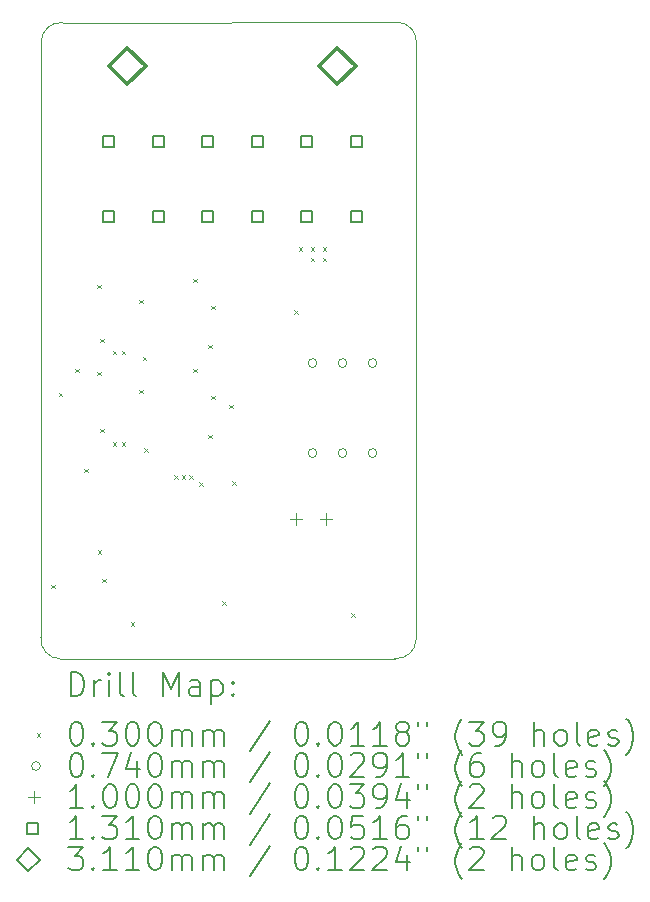
<source format=gbr>
%TF.GenerationSoftware,KiCad,Pcbnew,(6.0.8)*%
%TF.CreationDate,2023-03-20T22:14:46+01:00*%
%TF.ProjectId,BSPD-07,42535044-2d30-4372-9e6b-696361645f70,rev?*%
%TF.SameCoordinates,Original*%
%TF.FileFunction,Drillmap*%
%TF.FilePolarity,Positive*%
%FSLAX45Y45*%
G04 Gerber Fmt 4.5, Leading zero omitted, Abs format (unit mm)*
G04 Created by KiCad (PCBNEW (6.0.8)) date 2023-03-20 22:14:46*
%MOMM*%
%LPD*%
G01*
G04 APERTURE LIST*
%ADD10C,0.100000*%
%ADD11C,0.200000*%
%ADD12C,0.030000*%
%ADD13C,0.074000*%
%ADD14C,0.131000*%
%ADD15C,0.311000*%
G04 APERTURE END LIST*
D10*
X17957194Y-8422355D02*
G75*
G03*
X17794644Y-8242125I-164754J14825D01*
G01*
X14960895Y-8244827D02*
X17794644Y-8242125D01*
X17775051Y-13629288D02*
G75*
G03*
X17955280Y-13466740I14829J164749D01*
G01*
X14960895Y-8244826D02*
G75*
G03*
X14780665Y-8407376I-14825J-164754D01*
G01*
X17957193Y-8422355D02*
X17955280Y-13466740D01*
X14778367Y-13451125D02*
X14780665Y-8407376D01*
X14940916Y-13631355D02*
X17775051Y-13629288D01*
X14778366Y-13451125D02*
G75*
G03*
X14940916Y-13631355I164754J-14825D01*
G01*
D11*
D12*
X14866580Y-13005040D02*
X14896580Y-13035040D01*
X14896580Y-13005040D02*
X14866580Y-13035040D01*
X14930080Y-11379440D02*
X14960080Y-11409440D01*
X14960080Y-11379440D02*
X14930080Y-11409440D01*
X15069780Y-11176240D02*
X15099780Y-11206240D01*
X15099780Y-11176240D02*
X15069780Y-11206240D01*
X15143440Y-12022060D02*
X15173440Y-12052060D01*
X15173440Y-12022060D02*
X15143440Y-12052060D01*
X15255880Y-10465040D02*
X15285880Y-10495040D01*
X15285880Y-10465040D02*
X15255880Y-10495040D01*
X15255880Y-11201640D02*
X15285880Y-11231640D01*
X15285880Y-11201640D02*
X15255880Y-11231640D01*
X15260280Y-12712940D02*
X15290280Y-12742940D01*
X15290280Y-12712940D02*
X15260280Y-12742940D01*
X15281280Y-10922240D02*
X15311280Y-10952240D01*
X15311280Y-10922240D02*
X15281280Y-10952240D01*
X15281280Y-11684240D02*
X15311280Y-11714240D01*
X15311280Y-11684240D02*
X15281280Y-11714240D01*
X15298380Y-12954240D02*
X15328380Y-12984240D01*
X15328380Y-12954240D02*
X15298380Y-12984240D01*
X15387280Y-11023840D02*
X15417280Y-11053840D01*
X15417280Y-11023840D02*
X15387280Y-11053840D01*
X15387280Y-11798540D02*
X15417280Y-11828540D01*
X15417280Y-11798540D02*
X15387280Y-11828540D01*
X15463480Y-11023840D02*
X15493480Y-11053840D01*
X15493480Y-11023840D02*
X15463480Y-11053840D01*
X15463480Y-11798540D02*
X15493480Y-11828540D01*
X15493480Y-11798540D02*
X15463480Y-11828540D01*
X15539680Y-13322540D02*
X15569680Y-13352540D01*
X15569680Y-13322540D02*
X15539680Y-13352540D01*
X15611480Y-10592040D02*
X15641480Y-10622040D01*
X15641480Y-10592040D02*
X15611480Y-10622040D01*
X15611480Y-11354040D02*
X15641480Y-11384040D01*
X15641480Y-11354040D02*
X15611480Y-11384040D01*
X15641280Y-11074640D02*
X15671280Y-11104640D01*
X15671280Y-11074640D02*
X15641280Y-11104640D01*
X15653980Y-11849340D02*
X15683980Y-11879340D01*
X15683980Y-11849340D02*
X15653980Y-11879340D01*
X15907980Y-12077940D02*
X15937980Y-12107940D01*
X15937980Y-12077940D02*
X15907980Y-12107940D01*
X15971480Y-12077940D02*
X16001480Y-12107940D01*
X16001480Y-12077940D02*
X15971480Y-12107940D01*
X16034980Y-12077940D02*
X16064980Y-12107940D01*
X16064980Y-12077940D02*
X16034980Y-12107940D01*
X16068680Y-10414240D02*
X16098680Y-10444240D01*
X16098680Y-10414240D02*
X16068680Y-10444240D01*
X16068680Y-11176240D02*
X16098680Y-11206240D01*
X16098680Y-11176240D02*
X16068680Y-11206240D01*
X16119480Y-12135340D02*
X16149480Y-12165340D01*
X16149480Y-12135340D02*
X16119480Y-12165340D01*
X16195680Y-10973040D02*
X16225680Y-11003040D01*
X16225680Y-10973040D02*
X16195680Y-11003040D01*
X16195680Y-11735040D02*
X16225680Y-11765040D01*
X16225680Y-11735040D02*
X16195680Y-11765040D01*
X16221080Y-10642840D02*
X16251080Y-10672840D01*
X16251080Y-10642840D02*
X16221080Y-10672840D01*
X16221080Y-11404840D02*
X16251080Y-11434840D01*
X16251080Y-11404840D02*
X16221080Y-11434840D01*
X16314380Y-13144740D02*
X16344380Y-13174740D01*
X16344380Y-13144740D02*
X16314380Y-13174740D01*
X16373480Y-11481040D02*
X16403480Y-11511040D01*
X16403480Y-11481040D02*
X16373480Y-11511040D01*
X16398880Y-12128740D02*
X16428880Y-12158740D01*
X16428880Y-12128740D02*
X16398880Y-12158740D01*
X16923980Y-10680940D02*
X16953980Y-10710940D01*
X16953980Y-10680940D02*
X16923980Y-10710940D01*
X16962080Y-10147540D02*
X16992080Y-10177540D01*
X16992080Y-10147540D02*
X16962080Y-10177540D01*
X17063680Y-10147540D02*
X17093680Y-10177540D01*
X17093680Y-10147540D02*
X17063680Y-10177540D01*
X17063680Y-10236440D02*
X17093680Y-10266440D01*
X17093680Y-10236440D02*
X17063680Y-10266440D01*
X17165280Y-10147540D02*
X17195280Y-10177540D01*
X17195280Y-10147540D02*
X17165280Y-10177540D01*
X17165280Y-10236440D02*
X17195280Y-10266440D01*
X17195280Y-10236440D02*
X17165280Y-10266440D01*
X17406580Y-13246340D02*
X17436580Y-13276340D01*
X17436580Y-13246340D02*
X17406580Y-13276340D01*
D13*
X17115680Y-11127740D02*
G75*
G03*
X17115680Y-11127740I-37000J0D01*
G01*
X17115680Y-11889740D02*
G75*
G03*
X17115680Y-11889740I-37000J0D01*
G01*
X17369680Y-11127740D02*
G75*
G03*
X17369680Y-11127740I-37000J0D01*
G01*
X17369680Y-11889740D02*
G75*
G03*
X17369680Y-11889740I-37000J0D01*
G01*
X17623680Y-11127740D02*
G75*
G03*
X17623680Y-11127740I-37000J0D01*
G01*
X17623680Y-11889740D02*
G75*
G03*
X17623680Y-11889740I-37000J0D01*
G01*
D10*
X16936440Y-12398540D02*
X16936440Y-12498540D01*
X16886440Y-12448540D02*
X16986440Y-12448540D01*
X17190440Y-12398540D02*
X17190440Y-12498540D01*
X17140440Y-12448540D02*
X17240440Y-12448540D01*
D14*
X15398296Y-9294456D02*
X15398296Y-9201824D01*
X15305664Y-9201824D01*
X15305664Y-9294456D01*
X15398296Y-9294456D01*
X15398296Y-9929456D02*
X15398296Y-9836824D01*
X15305664Y-9836824D01*
X15305664Y-9929456D01*
X15398296Y-9929456D01*
X15817296Y-9294456D02*
X15817296Y-9201824D01*
X15724664Y-9201824D01*
X15724664Y-9294456D01*
X15817296Y-9294456D01*
X15817296Y-9929456D02*
X15817296Y-9836824D01*
X15724664Y-9836824D01*
X15724664Y-9929456D01*
X15817296Y-9929456D01*
X16236296Y-9294456D02*
X16236296Y-9201824D01*
X16143664Y-9201824D01*
X16143664Y-9294456D01*
X16236296Y-9294456D01*
X16236296Y-9929456D02*
X16236296Y-9836824D01*
X16143664Y-9836824D01*
X16143664Y-9929456D01*
X16236296Y-9929456D01*
X16655296Y-9294456D02*
X16655296Y-9201824D01*
X16562664Y-9201824D01*
X16562664Y-9294456D01*
X16655296Y-9294456D01*
X16655296Y-9929456D02*
X16655296Y-9836824D01*
X16562664Y-9836824D01*
X16562664Y-9929456D01*
X16655296Y-9929456D01*
X17074296Y-9294456D02*
X17074296Y-9201824D01*
X16981664Y-9201824D01*
X16981664Y-9294456D01*
X17074296Y-9294456D01*
X17074296Y-9929456D02*
X17074296Y-9836824D01*
X16981664Y-9836824D01*
X16981664Y-9929456D01*
X17074296Y-9929456D01*
X17493296Y-9294456D02*
X17493296Y-9201824D01*
X17400664Y-9201824D01*
X17400664Y-9294456D01*
X17493296Y-9294456D01*
X17493296Y-9929456D02*
X17493296Y-9836824D01*
X17400664Y-9836824D01*
X17400664Y-9929456D01*
X17493296Y-9929456D01*
D15*
X15509980Y-8768640D02*
X15665480Y-8613140D01*
X15509980Y-8457640D01*
X15354480Y-8613140D01*
X15509980Y-8768640D01*
X17287980Y-8768640D02*
X17443480Y-8613140D01*
X17287980Y-8457640D01*
X17132480Y-8613140D01*
X17287980Y-8768640D01*
D11*
X15030320Y-13946831D02*
X15030320Y-13746831D01*
X15077939Y-13746831D01*
X15106510Y-13756355D01*
X15125558Y-13775402D01*
X15135081Y-13794450D01*
X15144605Y-13832545D01*
X15144605Y-13861117D01*
X15135081Y-13899212D01*
X15125558Y-13918259D01*
X15106510Y-13937307D01*
X15077939Y-13946831D01*
X15030320Y-13946831D01*
X15230320Y-13946831D02*
X15230320Y-13813497D01*
X15230320Y-13851593D02*
X15239843Y-13832545D01*
X15249367Y-13823021D01*
X15268415Y-13813497D01*
X15287462Y-13813497D01*
X15354129Y-13946831D02*
X15354129Y-13813497D01*
X15354129Y-13746831D02*
X15344605Y-13756355D01*
X15354129Y-13765878D01*
X15363653Y-13756355D01*
X15354129Y-13746831D01*
X15354129Y-13765878D01*
X15477939Y-13946831D02*
X15458891Y-13937307D01*
X15449367Y-13918259D01*
X15449367Y-13746831D01*
X15582701Y-13946831D02*
X15563653Y-13937307D01*
X15554129Y-13918259D01*
X15554129Y-13746831D01*
X15811272Y-13946831D02*
X15811272Y-13746831D01*
X15877939Y-13889688D01*
X15944605Y-13746831D01*
X15944605Y-13946831D01*
X16125558Y-13946831D02*
X16125558Y-13842069D01*
X16116034Y-13823021D01*
X16096986Y-13813497D01*
X16058891Y-13813497D01*
X16039843Y-13823021D01*
X16125558Y-13937307D02*
X16106510Y-13946831D01*
X16058891Y-13946831D01*
X16039843Y-13937307D01*
X16030320Y-13918259D01*
X16030320Y-13899212D01*
X16039843Y-13880164D01*
X16058891Y-13870640D01*
X16106510Y-13870640D01*
X16125558Y-13861117D01*
X16220796Y-13813497D02*
X16220796Y-14013497D01*
X16220796Y-13823021D02*
X16239843Y-13813497D01*
X16277939Y-13813497D01*
X16296986Y-13823021D01*
X16306510Y-13832545D01*
X16316034Y-13851593D01*
X16316034Y-13908736D01*
X16306510Y-13927783D01*
X16296986Y-13937307D01*
X16277939Y-13946831D01*
X16239843Y-13946831D01*
X16220796Y-13937307D01*
X16401748Y-13927783D02*
X16411272Y-13937307D01*
X16401748Y-13946831D01*
X16392224Y-13937307D01*
X16401748Y-13927783D01*
X16401748Y-13946831D01*
X16401748Y-13823021D02*
X16411272Y-13832545D01*
X16401748Y-13842069D01*
X16392224Y-13832545D01*
X16401748Y-13823021D01*
X16401748Y-13842069D01*
D12*
X14742701Y-14261355D02*
X14772701Y-14291355D01*
X14772701Y-14261355D02*
X14742701Y-14291355D01*
D11*
X15068415Y-14166831D02*
X15087462Y-14166831D01*
X15106510Y-14176355D01*
X15116034Y-14185878D01*
X15125558Y-14204926D01*
X15135081Y-14243021D01*
X15135081Y-14290640D01*
X15125558Y-14328736D01*
X15116034Y-14347783D01*
X15106510Y-14357307D01*
X15087462Y-14366831D01*
X15068415Y-14366831D01*
X15049367Y-14357307D01*
X15039843Y-14347783D01*
X15030320Y-14328736D01*
X15020796Y-14290640D01*
X15020796Y-14243021D01*
X15030320Y-14204926D01*
X15039843Y-14185878D01*
X15049367Y-14176355D01*
X15068415Y-14166831D01*
X15220796Y-14347783D02*
X15230320Y-14357307D01*
X15220796Y-14366831D01*
X15211272Y-14357307D01*
X15220796Y-14347783D01*
X15220796Y-14366831D01*
X15296986Y-14166831D02*
X15420796Y-14166831D01*
X15354129Y-14243021D01*
X15382701Y-14243021D01*
X15401748Y-14252545D01*
X15411272Y-14262069D01*
X15420796Y-14281117D01*
X15420796Y-14328736D01*
X15411272Y-14347783D01*
X15401748Y-14357307D01*
X15382701Y-14366831D01*
X15325558Y-14366831D01*
X15306510Y-14357307D01*
X15296986Y-14347783D01*
X15544605Y-14166831D02*
X15563653Y-14166831D01*
X15582701Y-14176355D01*
X15592224Y-14185878D01*
X15601748Y-14204926D01*
X15611272Y-14243021D01*
X15611272Y-14290640D01*
X15601748Y-14328736D01*
X15592224Y-14347783D01*
X15582701Y-14357307D01*
X15563653Y-14366831D01*
X15544605Y-14366831D01*
X15525558Y-14357307D01*
X15516034Y-14347783D01*
X15506510Y-14328736D01*
X15496986Y-14290640D01*
X15496986Y-14243021D01*
X15506510Y-14204926D01*
X15516034Y-14185878D01*
X15525558Y-14176355D01*
X15544605Y-14166831D01*
X15735081Y-14166831D02*
X15754129Y-14166831D01*
X15773177Y-14176355D01*
X15782701Y-14185878D01*
X15792224Y-14204926D01*
X15801748Y-14243021D01*
X15801748Y-14290640D01*
X15792224Y-14328736D01*
X15782701Y-14347783D01*
X15773177Y-14357307D01*
X15754129Y-14366831D01*
X15735081Y-14366831D01*
X15716034Y-14357307D01*
X15706510Y-14347783D01*
X15696986Y-14328736D01*
X15687462Y-14290640D01*
X15687462Y-14243021D01*
X15696986Y-14204926D01*
X15706510Y-14185878D01*
X15716034Y-14176355D01*
X15735081Y-14166831D01*
X15887462Y-14366831D02*
X15887462Y-14233497D01*
X15887462Y-14252545D02*
X15896986Y-14243021D01*
X15916034Y-14233497D01*
X15944605Y-14233497D01*
X15963653Y-14243021D01*
X15973177Y-14262069D01*
X15973177Y-14366831D01*
X15973177Y-14262069D02*
X15982701Y-14243021D01*
X16001748Y-14233497D01*
X16030320Y-14233497D01*
X16049367Y-14243021D01*
X16058891Y-14262069D01*
X16058891Y-14366831D01*
X16154129Y-14366831D02*
X16154129Y-14233497D01*
X16154129Y-14252545D02*
X16163653Y-14243021D01*
X16182701Y-14233497D01*
X16211272Y-14233497D01*
X16230320Y-14243021D01*
X16239843Y-14262069D01*
X16239843Y-14366831D01*
X16239843Y-14262069D02*
X16249367Y-14243021D01*
X16268415Y-14233497D01*
X16296986Y-14233497D01*
X16316034Y-14243021D01*
X16325558Y-14262069D01*
X16325558Y-14366831D01*
X16716034Y-14157307D02*
X16544605Y-14414450D01*
X16973177Y-14166831D02*
X16992224Y-14166831D01*
X17011272Y-14176355D01*
X17020796Y-14185878D01*
X17030320Y-14204926D01*
X17039843Y-14243021D01*
X17039843Y-14290640D01*
X17030320Y-14328736D01*
X17020796Y-14347783D01*
X17011272Y-14357307D01*
X16992224Y-14366831D01*
X16973177Y-14366831D01*
X16954129Y-14357307D01*
X16944605Y-14347783D01*
X16935082Y-14328736D01*
X16925558Y-14290640D01*
X16925558Y-14243021D01*
X16935082Y-14204926D01*
X16944605Y-14185878D01*
X16954129Y-14176355D01*
X16973177Y-14166831D01*
X17125558Y-14347783D02*
X17135082Y-14357307D01*
X17125558Y-14366831D01*
X17116034Y-14357307D01*
X17125558Y-14347783D01*
X17125558Y-14366831D01*
X17258891Y-14166831D02*
X17277939Y-14166831D01*
X17296986Y-14176355D01*
X17306510Y-14185878D01*
X17316034Y-14204926D01*
X17325558Y-14243021D01*
X17325558Y-14290640D01*
X17316034Y-14328736D01*
X17306510Y-14347783D01*
X17296986Y-14357307D01*
X17277939Y-14366831D01*
X17258891Y-14366831D01*
X17239843Y-14357307D01*
X17230320Y-14347783D01*
X17220796Y-14328736D01*
X17211272Y-14290640D01*
X17211272Y-14243021D01*
X17220796Y-14204926D01*
X17230320Y-14185878D01*
X17239843Y-14176355D01*
X17258891Y-14166831D01*
X17516034Y-14366831D02*
X17401748Y-14366831D01*
X17458891Y-14366831D02*
X17458891Y-14166831D01*
X17439843Y-14195402D01*
X17420796Y-14214450D01*
X17401748Y-14223974D01*
X17706510Y-14366831D02*
X17592224Y-14366831D01*
X17649367Y-14366831D02*
X17649367Y-14166831D01*
X17630320Y-14195402D01*
X17611272Y-14214450D01*
X17592224Y-14223974D01*
X17820796Y-14252545D02*
X17801748Y-14243021D01*
X17792224Y-14233497D01*
X17782701Y-14214450D01*
X17782701Y-14204926D01*
X17792224Y-14185878D01*
X17801748Y-14176355D01*
X17820796Y-14166831D01*
X17858891Y-14166831D01*
X17877939Y-14176355D01*
X17887463Y-14185878D01*
X17896986Y-14204926D01*
X17896986Y-14214450D01*
X17887463Y-14233497D01*
X17877939Y-14243021D01*
X17858891Y-14252545D01*
X17820796Y-14252545D01*
X17801748Y-14262069D01*
X17792224Y-14271593D01*
X17782701Y-14290640D01*
X17782701Y-14328736D01*
X17792224Y-14347783D01*
X17801748Y-14357307D01*
X17820796Y-14366831D01*
X17858891Y-14366831D01*
X17877939Y-14357307D01*
X17887463Y-14347783D01*
X17896986Y-14328736D01*
X17896986Y-14290640D01*
X17887463Y-14271593D01*
X17877939Y-14262069D01*
X17858891Y-14252545D01*
X17973177Y-14166831D02*
X17973177Y-14204926D01*
X18049367Y-14166831D02*
X18049367Y-14204926D01*
X18344605Y-14443021D02*
X18335082Y-14433497D01*
X18316034Y-14404926D01*
X18306510Y-14385878D01*
X18296986Y-14357307D01*
X18287463Y-14309688D01*
X18287463Y-14271593D01*
X18296986Y-14223974D01*
X18306510Y-14195402D01*
X18316034Y-14176355D01*
X18335082Y-14147783D01*
X18344605Y-14138259D01*
X18401748Y-14166831D02*
X18525558Y-14166831D01*
X18458891Y-14243021D01*
X18487463Y-14243021D01*
X18506510Y-14252545D01*
X18516034Y-14262069D01*
X18525558Y-14281117D01*
X18525558Y-14328736D01*
X18516034Y-14347783D01*
X18506510Y-14357307D01*
X18487463Y-14366831D01*
X18430320Y-14366831D01*
X18411272Y-14357307D01*
X18401748Y-14347783D01*
X18620796Y-14366831D02*
X18658891Y-14366831D01*
X18677939Y-14357307D01*
X18687463Y-14347783D01*
X18706510Y-14319212D01*
X18716034Y-14281117D01*
X18716034Y-14204926D01*
X18706510Y-14185878D01*
X18696986Y-14176355D01*
X18677939Y-14166831D01*
X18639843Y-14166831D01*
X18620796Y-14176355D01*
X18611272Y-14185878D01*
X18601748Y-14204926D01*
X18601748Y-14252545D01*
X18611272Y-14271593D01*
X18620796Y-14281117D01*
X18639843Y-14290640D01*
X18677939Y-14290640D01*
X18696986Y-14281117D01*
X18706510Y-14271593D01*
X18716034Y-14252545D01*
X18954129Y-14366831D02*
X18954129Y-14166831D01*
X19039843Y-14366831D02*
X19039843Y-14262069D01*
X19030320Y-14243021D01*
X19011272Y-14233497D01*
X18982701Y-14233497D01*
X18963653Y-14243021D01*
X18954129Y-14252545D01*
X19163653Y-14366831D02*
X19144605Y-14357307D01*
X19135082Y-14347783D01*
X19125558Y-14328736D01*
X19125558Y-14271593D01*
X19135082Y-14252545D01*
X19144605Y-14243021D01*
X19163653Y-14233497D01*
X19192224Y-14233497D01*
X19211272Y-14243021D01*
X19220796Y-14252545D01*
X19230320Y-14271593D01*
X19230320Y-14328736D01*
X19220796Y-14347783D01*
X19211272Y-14357307D01*
X19192224Y-14366831D01*
X19163653Y-14366831D01*
X19344605Y-14366831D02*
X19325558Y-14357307D01*
X19316034Y-14338259D01*
X19316034Y-14166831D01*
X19496986Y-14357307D02*
X19477939Y-14366831D01*
X19439843Y-14366831D01*
X19420796Y-14357307D01*
X19411272Y-14338259D01*
X19411272Y-14262069D01*
X19420796Y-14243021D01*
X19439843Y-14233497D01*
X19477939Y-14233497D01*
X19496986Y-14243021D01*
X19506510Y-14262069D01*
X19506510Y-14281117D01*
X19411272Y-14300164D01*
X19582701Y-14357307D02*
X19601748Y-14366831D01*
X19639843Y-14366831D01*
X19658891Y-14357307D01*
X19668415Y-14338259D01*
X19668415Y-14328736D01*
X19658891Y-14309688D01*
X19639843Y-14300164D01*
X19611272Y-14300164D01*
X19592224Y-14290640D01*
X19582701Y-14271593D01*
X19582701Y-14262069D01*
X19592224Y-14243021D01*
X19611272Y-14233497D01*
X19639843Y-14233497D01*
X19658891Y-14243021D01*
X19735082Y-14443021D02*
X19744605Y-14433497D01*
X19763653Y-14404926D01*
X19773177Y-14385878D01*
X19782701Y-14357307D01*
X19792224Y-14309688D01*
X19792224Y-14271593D01*
X19782701Y-14223974D01*
X19773177Y-14195402D01*
X19763653Y-14176355D01*
X19744605Y-14147783D01*
X19735082Y-14138259D01*
D13*
X14772701Y-14540355D02*
G75*
G03*
X14772701Y-14540355I-37000J0D01*
G01*
D11*
X15068415Y-14430831D02*
X15087462Y-14430831D01*
X15106510Y-14440355D01*
X15116034Y-14449878D01*
X15125558Y-14468926D01*
X15135081Y-14507021D01*
X15135081Y-14554640D01*
X15125558Y-14592736D01*
X15116034Y-14611783D01*
X15106510Y-14621307D01*
X15087462Y-14630831D01*
X15068415Y-14630831D01*
X15049367Y-14621307D01*
X15039843Y-14611783D01*
X15030320Y-14592736D01*
X15020796Y-14554640D01*
X15020796Y-14507021D01*
X15030320Y-14468926D01*
X15039843Y-14449878D01*
X15049367Y-14440355D01*
X15068415Y-14430831D01*
X15220796Y-14611783D02*
X15230320Y-14621307D01*
X15220796Y-14630831D01*
X15211272Y-14621307D01*
X15220796Y-14611783D01*
X15220796Y-14630831D01*
X15296986Y-14430831D02*
X15430320Y-14430831D01*
X15344605Y-14630831D01*
X15592224Y-14497497D02*
X15592224Y-14630831D01*
X15544605Y-14421307D02*
X15496986Y-14564164D01*
X15620796Y-14564164D01*
X15735081Y-14430831D02*
X15754129Y-14430831D01*
X15773177Y-14440355D01*
X15782701Y-14449878D01*
X15792224Y-14468926D01*
X15801748Y-14507021D01*
X15801748Y-14554640D01*
X15792224Y-14592736D01*
X15782701Y-14611783D01*
X15773177Y-14621307D01*
X15754129Y-14630831D01*
X15735081Y-14630831D01*
X15716034Y-14621307D01*
X15706510Y-14611783D01*
X15696986Y-14592736D01*
X15687462Y-14554640D01*
X15687462Y-14507021D01*
X15696986Y-14468926D01*
X15706510Y-14449878D01*
X15716034Y-14440355D01*
X15735081Y-14430831D01*
X15887462Y-14630831D02*
X15887462Y-14497497D01*
X15887462Y-14516545D02*
X15896986Y-14507021D01*
X15916034Y-14497497D01*
X15944605Y-14497497D01*
X15963653Y-14507021D01*
X15973177Y-14526069D01*
X15973177Y-14630831D01*
X15973177Y-14526069D02*
X15982701Y-14507021D01*
X16001748Y-14497497D01*
X16030320Y-14497497D01*
X16049367Y-14507021D01*
X16058891Y-14526069D01*
X16058891Y-14630831D01*
X16154129Y-14630831D02*
X16154129Y-14497497D01*
X16154129Y-14516545D02*
X16163653Y-14507021D01*
X16182701Y-14497497D01*
X16211272Y-14497497D01*
X16230320Y-14507021D01*
X16239843Y-14526069D01*
X16239843Y-14630831D01*
X16239843Y-14526069D02*
X16249367Y-14507021D01*
X16268415Y-14497497D01*
X16296986Y-14497497D01*
X16316034Y-14507021D01*
X16325558Y-14526069D01*
X16325558Y-14630831D01*
X16716034Y-14421307D02*
X16544605Y-14678450D01*
X16973177Y-14430831D02*
X16992224Y-14430831D01*
X17011272Y-14440355D01*
X17020796Y-14449878D01*
X17030320Y-14468926D01*
X17039843Y-14507021D01*
X17039843Y-14554640D01*
X17030320Y-14592736D01*
X17020796Y-14611783D01*
X17011272Y-14621307D01*
X16992224Y-14630831D01*
X16973177Y-14630831D01*
X16954129Y-14621307D01*
X16944605Y-14611783D01*
X16935082Y-14592736D01*
X16925558Y-14554640D01*
X16925558Y-14507021D01*
X16935082Y-14468926D01*
X16944605Y-14449878D01*
X16954129Y-14440355D01*
X16973177Y-14430831D01*
X17125558Y-14611783D02*
X17135082Y-14621307D01*
X17125558Y-14630831D01*
X17116034Y-14621307D01*
X17125558Y-14611783D01*
X17125558Y-14630831D01*
X17258891Y-14430831D02*
X17277939Y-14430831D01*
X17296986Y-14440355D01*
X17306510Y-14449878D01*
X17316034Y-14468926D01*
X17325558Y-14507021D01*
X17325558Y-14554640D01*
X17316034Y-14592736D01*
X17306510Y-14611783D01*
X17296986Y-14621307D01*
X17277939Y-14630831D01*
X17258891Y-14630831D01*
X17239843Y-14621307D01*
X17230320Y-14611783D01*
X17220796Y-14592736D01*
X17211272Y-14554640D01*
X17211272Y-14507021D01*
X17220796Y-14468926D01*
X17230320Y-14449878D01*
X17239843Y-14440355D01*
X17258891Y-14430831D01*
X17401748Y-14449878D02*
X17411272Y-14440355D01*
X17430320Y-14430831D01*
X17477939Y-14430831D01*
X17496986Y-14440355D01*
X17506510Y-14449878D01*
X17516034Y-14468926D01*
X17516034Y-14487974D01*
X17506510Y-14516545D01*
X17392224Y-14630831D01*
X17516034Y-14630831D01*
X17611272Y-14630831D02*
X17649367Y-14630831D01*
X17668415Y-14621307D01*
X17677939Y-14611783D01*
X17696986Y-14583212D01*
X17706510Y-14545117D01*
X17706510Y-14468926D01*
X17696986Y-14449878D01*
X17687463Y-14440355D01*
X17668415Y-14430831D01*
X17630320Y-14430831D01*
X17611272Y-14440355D01*
X17601748Y-14449878D01*
X17592224Y-14468926D01*
X17592224Y-14516545D01*
X17601748Y-14535593D01*
X17611272Y-14545117D01*
X17630320Y-14554640D01*
X17668415Y-14554640D01*
X17687463Y-14545117D01*
X17696986Y-14535593D01*
X17706510Y-14516545D01*
X17896986Y-14630831D02*
X17782701Y-14630831D01*
X17839843Y-14630831D02*
X17839843Y-14430831D01*
X17820796Y-14459402D01*
X17801748Y-14478450D01*
X17782701Y-14487974D01*
X17973177Y-14430831D02*
X17973177Y-14468926D01*
X18049367Y-14430831D02*
X18049367Y-14468926D01*
X18344605Y-14707021D02*
X18335082Y-14697497D01*
X18316034Y-14668926D01*
X18306510Y-14649878D01*
X18296986Y-14621307D01*
X18287463Y-14573688D01*
X18287463Y-14535593D01*
X18296986Y-14487974D01*
X18306510Y-14459402D01*
X18316034Y-14440355D01*
X18335082Y-14411783D01*
X18344605Y-14402259D01*
X18506510Y-14430831D02*
X18468415Y-14430831D01*
X18449367Y-14440355D01*
X18439843Y-14449878D01*
X18420796Y-14478450D01*
X18411272Y-14516545D01*
X18411272Y-14592736D01*
X18420796Y-14611783D01*
X18430320Y-14621307D01*
X18449367Y-14630831D01*
X18487463Y-14630831D01*
X18506510Y-14621307D01*
X18516034Y-14611783D01*
X18525558Y-14592736D01*
X18525558Y-14545117D01*
X18516034Y-14526069D01*
X18506510Y-14516545D01*
X18487463Y-14507021D01*
X18449367Y-14507021D01*
X18430320Y-14516545D01*
X18420796Y-14526069D01*
X18411272Y-14545117D01*
X18763653Y-14630831D02*
X18763653Y-14430831D01*
X18849367Y-14630831D02*
X18849367Y-14526069D01*
X18839843Y-14507021D01*
X18820796Y-14497497D01*
X18792224Y-14497497D01*
X18773177Y-14507021D01*
X18763653Y-14516545D01*
X18973177Y-14630831D02*
X18954129Y-14621307D01*
X18944605Y-14611783D01*
X18935082Y-14592736D01*
X18935082Y-14535593D01*
X18944605Y-14516545D01*
X18954129Y-14507021D01*
X18973177Y-14497497D01*
X19001748Y-14497497D01*
X19020796Y-14507021D01*
X19030320Y-14516545D01*
X19039843Y-14535593D01*
X19039843Y-14592736D01*
X19030320Y-14611783D01*
X19020796Y-14621307D01*
X19001748Y-14630831D01*
X18973177Y-14630831D01*
X19154129Y-14630831D02*
X19135082Y-14621307D01*
X19125558Y-14602259D01*
X19125558Y-14430831D01*
X19306510Y-14621307D02*
X19287463Y-14630831D01*
X19249367Y-14630831D01*
X19230320Y-14621307D01*
X19220796Y-14602259D01*
X19220796Y-14526069D01*
X19230320Y-14507021D01*
X19249367Y-14497497D01*
X19287463Y-14497497D01*
X19306510Y-14507021D01*
X19316034Y-14526069D01*
X19316034Y-14545117D01*
X19220796Y-14564164D01*
X19392224Y-14621307D02*
X19411272Y-14630831D01*
X19449367Y-14630831D01*
X19468415Y-14621307D01*
X19477939Y-14602259D01*
X19477939Y-14592736D01*
X19468415Y-14573688D01*
X19449367Y-14564164D01*
X19420796Y-14564164D01*
X19401748Y-14554640D01*
X19392224Y-14535593D01*
X19392224Y-14526069D01*
X19401748Y-14507021D01*
X19420796Y-14497497D01*
X19449367Y-14497497D01*
X19468415Y-14507021D01*
X19544605Y-14707021D02*
X19554129Y-14697497D01*
X19573177Y-14668926D01*
X19582701Y-14649878D01*
X19592224Y-14621307D01*
X19601748Y-14573688D01*
X19601748Y-14535593D01*
X19592224Y-14487974D01*
X19582701Y-14459402D01*
X19573177Y-14440355D01*
X19554129Y-14411783D01*
X19544605Y-14402259D01*
D10*
X14722701Y-14754355D02*
X14722701Y-14854355D01*
X14672701Y-14804355D02*
X14772701Y-14804355D01*
D11*
X15135081Y-14894831D02*
X15020796Y-14894831D01*
X15077939Y-14894831D02*
X15077939Y-14694831D01*
X15058891Y-14723402D01*
X15039843Y-14742450D01*
X15020796Y-14751974D01*
X15220796Y-14875783D02*
X15230320Y-14885307D01*
X15220796Y-14894831D01*
X15211272Y-14885307D01*
X15220796Y-14875783D01*
X15220796Y-14894831D01*
X15354129Y-14694831D02*
X15373177Y-14694831D01*
X15392224Y-14704355D01*
X15401748Y-14713878D01*
X15411272Y-14732926D01*
X15420796Y-14771021D01*
X15420796Y-14818640D01*
X15411272Y-14856736D01*
X15401748Y-14875783D01*
X15392224Y-14885307D01*
X15373177Y-14894831D01*
X15354129Y-14894831D01*
X15335081Y-14885307D01*
X15325558Y-14875783D01*
X15316034Y-14856736D01*
X15306510Y-14818640D01*
X15306510Y-14771021D01*
X15316034Y-14732926D01*
X15325558Y-14713878D01*
X15335081Y-14704355D01*
X15354129Y-14694831D01*
X15544605Y-14694831D02*
X15563653Y-14694831D01*
X15582701Y-14704355D01*
X15592224Y-14713878D01*
X15601748Y-14732926D01*
X15611272Y-14771021D01*
X15611272Y-14818640D01*
X15601748Y-14856736D01*
X15592224Y-14875783D01*
X15582701Y-14885307D01*
X15563653Y-14894831D01*
X15544605Y-14894831D01*
X15525558Y-14885307D01*
X15516034Y-14875783D01*
X15506510Y-14856736D01*
X15496986Y-14818640D01*
X15496986Y-14771021D01*
X15506510Y-14732926D01*
X15516034Y-14713878D01*
X15525558Y-14704355D01*
X15544605Y-14694831D01*
X15735081Y-14694831D02*
X15754129Y-14694831D01*
X15773177Y-14704355D01*
X15782701Y-14713878D01*
X15792224Y-14732926D01*
X15801748Y-14771021D01*
X15801748Y-14818640D01*
X15792224Y-14856736D01*
X15782701Y-14875783D01*
X15773177Y-14885307D01*
X15754129Y-14894831D01*
X15735081Y-14894831D01*
X15716034Y-14885307D01*
X15706510Y-14875783D01*
X15696986Y-14856736D01*
X15687462Y-14818640D01*
X15687462Y-14771021D01*
X15696986Y-14732926D01*
X15706510Y-14713878D01*
X15716034Y-14704355D01*
X15735081Y-14694831D01*
X15887462Y-14894831D02*
X15887462Y-14761497D01*
X15887462Y-14780545D02*
X15896986Y-14771021D01*
X15916034Y-14761497D01*
X15944605Y-14761497D01*
X15963653Y-14771021D01*
X15973177Y-14790069D01*
X15973177Y-14894831D01*
X15973177Y-14790069D02*
X15982701Y-14771021D01*
X16001748Y-14761497D01*
X16030320Y-14761497D01*
X16049367Y-14771021D01*
X16058891Y-14790069D01*
X16058891Y-14894831D01*
X16154129Y-14894831D02*
X16154129Y-14761497D01*
X16154129Y-14780545D02*
X16163653Y-14771021D01*
X16182701Y-14761497D01*
X16211272Y-14761497D01*
X16230320Y-14771021D01*
X16239843Y-14790069D01*
X16239843Y-14894831D01*
X16239843Y-14790069D02*
X16249367Y-14771021D01*
X16268415Y-14761497D01*
X16296986Y-14761497D01*
X16316034Y-14771021D01*
X16325558Y-14790069D01*
X16325558Y-14894831D01*
X16716034Y-14685307D02*
X16544605Y-14942450D01*
X16973177Y-14694831D02*
X16992224Y-14694831D01*
X17011272Y-14704355D01*
X17020796Y-14713878D01*
X17030320Y-14732926D01*
X17039843Y-14771021D01*
X17039843Y-14818640D01*
X17030320Y-14856736D01*
X17020796Y-14875783D01*
X17011272Y-14885307D01*
X16992224Y-14894831D01*
X16973177Y-14894831D01*
X16954129Y-14885307D01*
X16944605Y-14875783D01*
X16935082Y-14856736D01*
X16925558Y-14818640D01*
X16925558Y-14771021D01*
X16935082Y-14732926D01*
X16944605Y-14713878D01*
X16954129Y-14704355D01*
X16973177Y-14694831D01*
X17125558Y-14875783D02*
X17135082Y-14885307D01*
X17125558Y-14894831D01*
X17116034Y-14885307D01*
X17125558Y-14875783D01*
X17125558Y-14894831D01*
X17258891Y-14694831D02*
X17277939Y-14694831D01*
X17296986Y-14704355D01*
X17306510Y-14713878D01*
X17316034Y-14732926D01*
X17325558Y-14771021D01*
X17325558Y-14818640D01*
X17316034Y-14856736D01*
X17306510Y-14875783D01*
X17296986Y-14885307D01*
X17277939Y-14894831D01*
X17258891Y-14894831D01*
X17239843Y-14885307D01*
X17230320Y-14875783D01*
X17220796Y-14856736D01*
X17211272Y-14818640D01*
X17211272Y-14771021D01*
X17220796Y-14732926D01*
X17230320Y-14713878D01*
X17239843Y-14704355D01*
X17258891Y-14694831D01*
X17392224Y-14694831D02*
X17516034Y-14694831D01*
X17449367Y-14771021D01*
X17477939Y-14771021D01*
X17496986Y-14780545D01*
X17506510Y-14790069D01*
X17516034Y-14809117D01*
X17516034Y-14856736D01*
X17506510Y-14875783D01*
X17496986Y-14885307D01*
X17477939Y-14894831D01*
X17420796Y-14894831D01*
X17401748Y-14885307D01*
X17392224Y-14875783D01*
X17611272Y-14894831D02*
X17649367Y-14894831D01*
X17668415Y-14885307D01*
X17677939Y-14875783D01*
X17696986Y-14847212D01*
X17706510Y-14809117D01*
X17706510Y-14732926D01*
X17696986Y-14713878D01*
X17687463Y-14704355D01*
X17668415Y-14694831D01*
X17630320Y-14694831D01*
X17611272Y-14704355D01*
X17601748Y-14713878D01*
X17592224Y-14732926D01*
X17592224Y-14780545D01*
X17601748Y-14799593D01*
X17611272Y-14809117D01*
X17630320Y-14818640D01*
X17668415Y-14818640D01*
X17687463Y-14809117D01*
X17696986Y-14799593D01*
X17706510Y-14780545D01*
X17877939Y-14761497D02*
X17877939Y-14894831D01*
X17830320Y-14685307D02*
X17782701Y-14828164D01*
X17906510Y-14828164D01*
X17973177Y-14694831D02*
X17973177Y-14732926D01*
X18049367Y-14694831D02*
X18049367Y-14732926D01*
X18344605Y-14971021D02*
X18335082Y-14961497D01*
X18316034Y-14932926D01*
X18306510Y-14913878D01*
X18296986Y-14885307D01*
X18287463Y-14837688D01*
X18287463Y-14799593D01*
X18296986Y-14751974D01*
X18306510Y-14723402D01*
X18316034Y-14704355D01*
X18335082Y-14675783D01*
X18344605Y-14666259D01*
X18411272Y-14713878D02*
X18420796Y-14704355D01*
X18439843Y-14694831D01*
X18487463Y-14694831D01*
X18506510Y-14704355D01*
X18516034Y-14713878D01*
X18525558Y-14732926D01*
X18525558Y-14751974D01*
X18516034Y-14780545D01*
X18401748Y-14894831D01*
X18525558Y-14894831D01*
X18763653Y-14894831D02*
X18763653Y-14694831D01*
X18849367Y-14894831D02*
X18849367Y-14790069D01*
X18839843Y-14771021D01*
X18820796Y-14761497D01*
X18792224Y-14761497D01*
X18773177Y-14771021D01*
X18763653Y-14780545D01*
X18973177Y-14894831D02*
X18954129Y-14885307D01*
X18944605Y-14875783D01*
X18935082Y-14856736D01*
X18935082Y-14799593D01*
X18944605Y-14780545D01*
X18954129Y-14771021D01*
X18973177Y-14761497D01*
X19001748Y-14761497D01*
X19020796Y-14771021D01*
X19030320Y-14780545D01*
X19039843Y-14799593D01*
X19039843Y-14856736D01*
X19030320Y-14875783D01*
X19020796Y-14885307D01*
X19001748Y-14894831D01*
X18973177Y-14894831D01*
X19154129Y-14894831D02*
X19135082Y-14885307D01*
X19125558Y-14866259D01*
X19125558Y-14694831D01*
X19306510Y-14885307D02*
X19287463Y-14894831D01*
X19249367Y-14894831D01*
X19230320Y-14885307D01*
X19220796Y-14866259D01*
X19220796Y-14790069D01*
X19230320Y-14771021D01*
X19249367Y-14761497D01*
X19287463Y-14761497D01*
X19306510Y-14771021D01*
X19316034Y-14790069D01*
X19316034Y-14809117D01*
X19220796Y-14828164D01*
X19392224Y-14885307D02*
X19411272Y-14894831D01*
X19449367Y-14894831D01*
X19468415Y-14885307D01*
X19477939Y-14866259D01*
X19477939Y-14856736D01*
X19468415Y-14837688D01*
X19449367Y-14828164D01*
X19420796Y-14828164D01*
X19401748Y-14818640D01*
X19392224Y-14799593D01*
X19392224Y-14790069D01*
X19401748Y-14771021D01*
X19420796Y-14761497D01*
X19449367Y-14761497D01*
X19468415Y-14771021D01*
X19544605Y-14971021D02*
X19554129Y-14961497D01*
X19573177Y-14932926D01*
X19582701Y-14913878D01*
X19592224Y-14885307D01*
X19601748Y-14837688D01*
X19601748Y-14799593D01*
X19592224Y-14751974D01*
X19582701Y-14723402D01*
X19573177Y-14704355D01*
X19554129Y-14675783D01*
X19544605Y-14666259D01*
D14*
X14753516Y-15114671D02*
X14753516Y-15022039D01*
X14660885Y-15022039D01*
X14660885Y-15114671D01*
X14753516Y-15114671D01*
D11*
X15135081Y-15158831D02*
X15020796Y-15158831D01*
X15077939Y-15158831D02*
X15077939Y-14958831D01*
X15058891Y-14987402D01*
X15039843Y-15006450D01*
X15020796Y-15015974D01*
X15220796Y-15139783D02*
X15230320Y-15149307D01*
X15220796Y-15158831D01*
X15211272Y-15149307D01*
X15220796Y-15139783D01*
X15220796Y-15158831D01*
X15296986Y-14958831D02*
X15420796Y-14958831D01*
X15354129Y-15035021D01*
X15382701Y-15035021D01*
X15401748Y-15044545D01*
X15411272Y-15054069D01*
X15420796Y-15073117D01*
X15420796Y-15120736D01*
X15411272Y-15139783D01*
X15401748Y-15149307D01*
X15382701Y-15158831D01*
X15325558Y-15158831D01*
X15306510Y-15149307D01*
X15296986Y-15139783D01*
X15611272Y-15158831D02*
X15496986Y-15158831D01*
X15554129Y-15158831D02*
X15554129Y-14958831D01*
X15535081Y-14987402D01*
X15516034Y-15006450D01*
X15496986Y-15015974D01*
X15735081Y-14958831D02*
X15754129Y-14958831D01*
X15773177Y-14968355D01*
X15782701Y-14977878D01*
X15792224Y-14996926D01*
X15801748Y-15035021D01*
X15801748Y-15082640D01*
X15792224Y-15120736D01*
X15782701Y-15139783D01*
X15773177Y-15149307D01*
X15754129Y-15158831D01*
X15735081Y-15158831D01*
X15716034Y-15149307D01*
X15706510Y-15139783D01*
X15696986Y-15120736D01*
X15687462Y-15082640D01*
X15687462Y-15035021D01*
X15696986Y-14996926D01*
X15706510Y-14977878D01*
X15716034Y-14968355D01*
X15735081Y-14958831D01*
X15887462Y-15158831D02*
X15887462Y-15025497D01*
X15887462Y-15044545D02*
X15896986Y-15035021D01*
X15916034Y-15025497D01*
X15944605Y-15025497D01*
X15963653Y-15035021D01*
X15973177Y-15054069D01*
X15973177Y-15158831D01*
X15973177Y-15054069D02*
X15982701Y-15035021D01*
X16001748Y-15025497D01*
X16030320Y-15025497D01*
X16049367Y-15035021D01*
X16058891Y-15054069D01*
X16058891Y-15158831D01*
X16154129Y-15158831D02*
X16154129Y-15025497D01*
X16154129Y-15044545D02*
X16163653Y-15035021D01*
X16182701Y-15025497D01*
X16211272Y-15025497D01*
X16230320Y-15035021D01*
X16239843Y-15054069D01*
X16239843Y-15158831D01*
X16239843Y-15054069D02*
X16249367Y-15035021D01*
X16268415Y-15025497D01*
X16296986Y-15025497D01*
X16316034Y-15035021D01*
X16325558Y-15054069D01*
X16325558Y-15158831D01*
X16716034Y-14949307D02*
X16544605Y-15206450D01*
X16973177Y-14958831D02*
X16992224Y-14958831D01*
X17011272Y-14968355D01*
X17020796Y-14977878D01*
X17030320Y-14996926D01*
X17039843Y-15035021D01*
X17039843Y-15082640D01*
X17030320Y-15120736D01*
X17020796Y-15139783D01*
X17011272Y-15149307D01*
X16992224Y-15158831D01*
X16973177Y-15158831D01*
X16954129Y-15149307D01*
X16944605Y-15139783D01*
X16935082Y-15120736D01*
X16925558Y-15082640D01*
X16925558Y-15035021D01*
X16935082Y-14996926D01*
X16944605Y-14977878D01*
X16954129Y-14968355D01*
X16973177Y-14958831D01*
X17125558Y-15139783D02*
X17135082Y-15149307D01*
X17125558Y-15158831D01*
X17116034Y-15149307D01*
X17125558Y-15139783D01*
X17125558Y-15158831D01*
X17258891Y-14958831D02*
X17277939Y-14958831D01*
X17296986Y-14968355D01*
X17306510Y-14977878D01*
X17316034Y-14996926D01*
X17325558Y-15035021D01*
X17325558Y-15082640D01*
X17316034Y-15120736D01*
X17306510Y-15139783D01*
X17296986Y-15149307D01*
X17277939Y-15158831D01*
X17258891Y-15158831D01*
X17239843Y-15149307D01*
X17230320Y-15139783D01*
X17220796Y-15120736D01*
X17211272Y-15082640D01*
X17211272Y-15035021D01*
X17220796Y-14996926D01*
X17230320Y-14977878D01*
X17239843Y-14968355D01*
X17258891Y-14958831D01*
X17506510Y-14958831D02*
X17411272Y-14958831D01*
X17401748Y-15054069D01*
X17411272Y-15044545D01*
X17430320Y-15035021D01*
X17477939Y-15035021D01*
X17496986Y-15044545D01*
X17506510Y-15054069D01*
X17516034Y-15073117D01*
X17516034Y-15120736D01*
X17506510Y-15139783D01*
X17496986Y-15149307D01*
X17477939Y-15158831D01*
X17430320Y-15158831D01*
X17411272Y-15149307D01*
X17401748Y-15139783D01*
X17706510Y-15158831D02*
X17592224Y-15158831D01*
X17649367Y-15158831D02*
X17649367Y-14958831D01*
X17630320Y-14987402D01*
X17611272Y-15006450D01*
X17592224Y-15015974D01*
X17877939Y-14958831D02*
X17839843Y-14958831D01*
X17820796Y-14968355D01*
X17811272Y-14977878D01*
X17792224Y-15006450D01*
X17782701Y-15044545D01*
X17782701Y-15120736D01*
X17792224Y-15139783D01*
X17801748Y-15149307D01*
X17820796Y-15158831D01*
X17858891Y-15158831D01*
X17877939Y-15149307D01*
X17887463Y-15139783D01*
X17896986Y-15120736D01*
X17896986Y-15073117D01*
X17887463Y-15054069D01*
X17877939Y-15044545D01*
X17858891Y-15035021D01*
X17820796Y-15035021D01*
X17801748Y-15044545D01*
X17792224Y-15054069D01*
X17782701Y-15073117D01*
X17973177Y-14958831D02*
X17973177Y-14996926D01*
X18049367Y-14958831D02*
X18049367Y-14996926D01*
X18344605Y-15235021D02*
X18335082Y-15225497D01*
X18316034Y-15196926D01*
X18306510Y-15177878D01*
X18296986Y-15149307D01*
X18287463Y-15101688D01*
X18287463Y-15063593D01*
X18296986Y-15015974D01*
X18306510Y-14987402D01*
X18316034Y-14968355D01*
X18335082Y-14939783D01*
X18344605Y-14930259D01*
X18525558Y-15158831D02*
X18411272Y-15158831D01*
X18468415Y-15158831D02*
X18468415Y-14958831D01*
X18449367Y-14987402D01*
X18430320Y-15006450D01*
X18411272Y-15015974D01*
X18601748Y-14977878D02*
X18611272Y-14968355D01*
X18630320Y-14958831D01*
X18677939Y-14958831D01*
X18696986Y-14968355D01*
X18706510Y-14977878D01*
X18716034Y-14996926D01*
X18716034Y-15015974D01*
X18706510Y-15044545D01*
X18592224Y-15158831D01*
X18716034Y-15158831D01*
X18954129Y-15158831D02*
X18954129Y-14958831D01*
X19039843Y-15158831D02*
X19039843Y-15054069D01*
X19030320Y-15035021D01*
X19011272Y-15025497D01*
X18982701Y-15025497D01*
X18963653Y-15035021D01*
X18954129Y-15044545D01*
X19163653Y-15158831D02*
X19144605Y-15149307D01*
X19135082Y-15139783D01*
X19125558Y-15120736D01*
X19125558Y-15063593D01*
X19135082Y-15044545D01*
X19144605Y-15035021D01*
X19163653Y-15025497D01*
X19192224Y-15025497D01*
X19211272Y-15035021D01*
X19220796Y-15044545D01*
X19230320Y-15063593D01*
X19230320Y-15120736D01*
X19220796Y-15139783D01*
X19211272Y-15149307D01*
X19192224Y-15158831D01*
X19163653Y-15158831D01*
X19344605Y-15158831D02*
X19325558Y-15149307D01*
X19316034Y-15130259D01*
X19316034Y-14958831D01*
X19496986Y-15149307D02*
X19477939Y-15158831D01*
X19439843Y-15158831D01*
X19420796Y-15149307D01*
X19411272Y-15130259D01*
X19411272Y-15054069D01*
X19420796Y-15035021D01*
X19439843Y-15025497D01*
X19477939Y-15025497D01*
X19496986Y-15035021D01*
X19506510Y-15054069D01*
X19506510Y-15073117D01*
X19411272Y-15092164D01*
X19582701Y-15149307D02*
X19601748Y-15158831D01*
X19639843Y-15158831D01*
X19658891Y-15149307D01*
X19668415Y-15130259D01*
X19668415Y-15120736D01*
X19658891Y-15101688D01*
X19639843Y-15092164D01*
X19611272Y-15092164D01*
X19592224Y-15082640D01*
X19582701Y-15063593D01*
X19582701Y-15054069D01*
X19592224Y-15035021D01*
X19611272Y-15025497D01*
X19639843Y-15025497D01*
X19658891Y-15035021D01*
X19735082Y-15235021D02*
X19744605Y-15225497D01*
X19763653Y-15196926D01*
X19773177Y-15177878D01*
X19782701Y-15149307D01*
X19792224Y-15101688D01*
X19792224Y-15063593D01*
X19782701Y-15015974D01*
X19773177Y-14987402D01*
X19763653Y-14968355D01*
X19744605Y-14939783D01*
X19735082Y-14930259D01*
X14672701Y-15432355D02*
X14772701Y-15332355D01*
X14672701Y-15232355D01*
X14572701Y-15332355D01*
X14672701Y-15432355D01*
X15011272Y-15222831D02*
X15135081Y-15222831D01*
X15068415Y-15299021D01*
X15096986Y-15299021D01*
X15116034Y-15308545D01*
X15125558Y-15318069D01*
X15135081Y-15337117D01*
X15135081Y-15384736D01*
X15125558Y-15403783D01*
X15116034Y-15413307D01*
X15096986Y-15422831D01*
X15039843Y-15422831D01*
X15020796Y-15413307D01*
X15011272Y-15403783D01*
X15220796Y-15403783D02*
X15230320Y-15413307D01*
X15220796Y-15422831D01*
X15211272Y-15413307D01*
X15220796Y-15403783D01*
X15220796Y-15422831D01*
X15420796Y-15422831D02*
X15306510Y-15422831D01*
X15363653Y-15422831D02*
X15363653Y-15222831D01*
X15344605Y-15251402D01*
X15325558Y-15270450D01*
X15306510Y-15279974D01*
X15611272Y-15422831D02*
X15496986Y-15422831D01*
X15554129Y-15422831D02*
X15554129Y-15222831D01*
X15535081Y-15251402D01*
X15516034Y-15270450D01*
X15496986Y-15279974D01*
X15735081Y-15222831D02*
X15754129Y-15222831D01*
X15773177Y-15232355D01*
X15782701Y-15241878D01*
X15792224Y-15260926D01*
X15801748Y-15299021D01*
X15801748Y-15346640D01*
X15792224Y-15384736D01*
X15782701Y-15403783D01*
X15773177Y-15413307D01*
X15754129Y-15422831D01*
X15735081Y-15422831D01*
X15716034Y-15413307D01*
X15706510Y-15403783D01*
X15696986Y-15384736D01*
X15687462Y-15346640D01*
X15687462Y-15299021D01*
X15696986Y-15260926D01*
X15706510Y-15241878D01*
X15716034Y-15232355D01*
X15735081Y-15222831D01*
X15887462Y-15422831D02*
X15887462Y-15289497D01*
X15887462Y-15308545D02*
X15896986Y-15299021D01*
X15916034Y-15289497D01*
X15944605Y-15289497D01*
X15963653Y-15299021D01*
X15973177Y-15318069D01*
X15973177Y-15422831D01*
X15973177Y-15318069D02*
X15982701Y-15299021D01*
X16001748Y-15289497D01*
X16030320Y-15289497D01*
X16049367Y-15299021D01*
X16058891Y-15318069D01*
X16058891Y-15422831D01*
X16154129Y-15422831D02*
X16154129Y-15289497D01*
X16154129Y-15308545D02*
X16163653Y-15299021D01*
X16182701Y-15289497D01*
X16211272Y-15289497D01*
X16230320Y-15299021D01*
X16239843Y-15318069D01*
X16239843Y-15422831D01*
X16239843Y-15318069D02*
X16249367Y-15299021D01*
X16268415Y-15289497D01*
X16296986Y-15289497D01*
X16316034Y-15299021D01*
X16325558Y-15318069D01*
X16325558Y-15422831D01*
X16716034Y-15213307D02*
X16544605Y-15470450D01*
X16973177Y-15222831D02*
X16992224Y-15222831D01*
X17011272Y-15232355D01*
X17020796Y-15241878D01*
X17030320Y-15260926D01*
X17039843Y-15299021D01*
X17039843Y-15346640D01*
X17030320Y-15384736D01*
X17020796Y-15403783D01*
X17011272Y-15413307D01*
X16992224Y-15422831D01*
X16973177Y-15422831D01*
X16954129Y-15413307D01*
X16944605Y-15403783D01*
X16935082Y-15384736D01*
X16925558Y-15346640D01*
X16925558Y-15299021D01*
X16935082Y-15260926D01*
X16944605Y-15241878D01*
X16954129Y-15232355D01*
X16973177Y-15222831D01*
X17125558Y-15403783D02*
X17135082Y-15413307D01*
X17125558Y-15422831D01*
X17116034Y-15413307D01*
X17125558Y-15403783D01*
X17125558Y-15422831D01*
X17325558Y-15422831D02*
X17211272Y-15422831D01*
X17268415Y-15422831D02*
X17268415Y-15222831D01*
X17249367Y-15251402D01*
X17230320Y-15270450D01*
X17211272Y-15279974D01*
X17401748Y-15241878D02*
X17411272Y-15232355D01*
X17430320Y-15222831D01*
X17477939Y-15222831D01*
X17496986Y-15232355D01*
X17506510Y-15241878D01*
X17516034Y-15260926D01*
X17516034Y-15279974D01*
X17506510Y-15308545D01*
X17392224Y-15422831D01*
X17516034Y-15422831D01*
X17592224Y-15241878D02*
X17601748Y-15232355D01*
X17620796Y-15222831D01*
X17668415Y-15222831D01*
X17687463Y-15232355D01*
X17696986Y-15241878D01*
X17706510Y-15260926D01*
X17706510Y-15279974D01*
X17696986Y-15308545D01*
X17582701Y-15422831D01*
X17706510Y-15422831D01*
X17877939Y-15289497D02*
X17877939Y-15422831D01*
X17830320Y-15213307D02*
X17782701Y-15356164D01*
X17906510Y-15356164D01*
X17973177Y-15222831D02*
X17973177Y-15260926D01*
X18049367Y-15222831D02*
X18049367Y-15260926D01*
X18344605Y-15499021D02*
X18335082Y-15489497D01*
X18316034Y-15460926D01*
X18306510Y-15441878D01*
X18296986Y-15413307D01*
X18287463Y-15365688D01*
X18287463Y-15327593D01*
X18296986Y-15279974D01*
X18306510Y-15251402D01*
X18316034Y-15232355D01*
X18335082Y-15203783D01*
X18344605Y-15194259D01*
X18411272Y-15241878D02*
X18420796Y-15232355D01*
X18439843Y-15222831D01*
X18487463Y-15222831D01*
X18506510Y-15232355D01*
X18516034Y-15241878D01*
X18525558Y-15260926D01*
X18525558Y-15279974D01*
X18516034Y-15308545D01*
X18401748Y-15422831D01*
X18525558Y-15422831D01*
X18763653Y-15422831D02*
X18763653Y-15222831D01*
X18849367Y-15422831D02*
X18849367Y-15318069D01*
X18839843Y-15299021D01*
X18820796Y-15289497D01*
X18792224Y-15289497D01*
X18773177Y-15299021D01*
X18763653Y-15308545D01*
X18973177Y-15422831D02*
X18954129Y-15413307D01*
X18944605Y-15403783D01*
X18935082Y-15384736D01*
X18935082Y-15327593D01*
X18944605Y-15308545D01*
X18954129Y-15299021D01*
X18973177Y-15289497D01*
X19001748Y-15289497D01*
X19020796Y-15299021D01*
X19030320Y-15308545D01*
X19039843Y-15327593D01*
X19039843Y-15384736D01*
X19030320Y-15403783D01*
X19020796Y-15413307D01*
X19001748Y-15422831D01*
X18973177Y-15422831D01*
X19154129Y-15422831D02*
X19135082Y-15413307D01*
X19125558Y-15394259D01*
X19125558Y-15222831D01*
X19306510Y-15413307D02*
X19287463Y-15422831D01*
X19249367Y-15422831D01*
X19230320Y-15413307D01*
X19220796Y-15394259D01*
X19220796Y-15318069D01*
X19230320Y-15299021D01*
X19249367Y-15289497D01*
X19287463Y-15289497D01*
X19306510Y-15299021D01*
X19316034Y-15318069D01*
X19316034Y-15337117D01*
X19220796Y-15356164D01*
X19392224Y-15413307D02*
X19411272Y-15422831D01*
X19449367Y-15422831D01*
X19468415Y-15413307D01*
X19477939Y-15394259D01*
X19477939Y-15384736D01*
X19468415Y-15365688D01*
X19449367Y-15356164D01*
X19420796Y-15356164D01*
X19401748Y-15346640D01*
X19392224Y-15327593D01*
X19392224Y-15318069D01*
X19401748Y-15299021D01*
X19420796Y-15289497D01*
X19449367Y-15289497D01*
X19468415Y-15299021D01*
X19544605Y-15499021D02*
X19554129Y-15489497D01*
X19573177Y-15460926D01*
X19582701Y-15441878D01*
X19592224Y-15413307D01*
X19601748Y-15365688D01*
X19601748Y-15327593D01*
X19592224Y-15279974D01*
X19582701Y-15251402D01*
X19573177Y-15232355D01*
X19554129Y-15203783D01*
X19544605Y-15194259D01*
M02*

</source>
